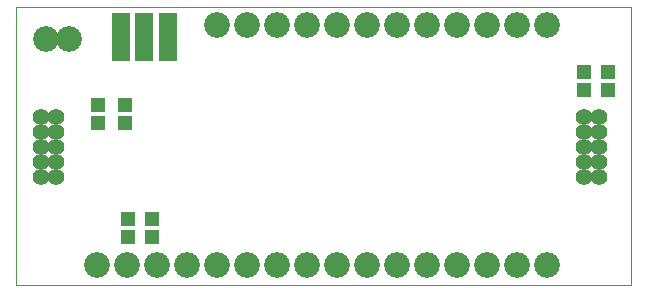
<source format=gbr>
G04 #@! TF.FileFunction,Soldermask,Bot*
%FSLAX46Y46*%
G04 Gerber Fmt 4.6, Leading zero omitted, Abs format (unit mm)*
G04 Created by KiCad (PCBNEW 4.0.3-stable) date 10/04/17 18:30:17*
%MOMM*%
%LPD*%
G01*
G04 APERTURE LIST*
%ADD10C,0.152400*%
%ADD11C,0.025400*%
%ADD12C,2.178000*%
%ADD13R,1.150000X1.200000*%
%ADD14R,1.543000X4.083000*%
%ADD15C,1.416000*%
G04 APERTURE END LIST*
D10*
D11*
X200025000Y-81915000D02*
X147955000Y-81915000D01*
X200025000Y-105410000D02*
X200025000Y-81915000D01*
X147955000Y-105410000D02*
X200025000Y-105410000D01*
X147955000Y-81915000D02*
X147955000Y-105410000D01*
D12*
X154851100Y-103733600D03*
X157391100Y-103733600D03*
X159931100Y-103733600D03*
X162471100Y-103733600D03*
X165011100Y-103733600D03*
X167551100Y-103733600D03*
X170091100Y-103733600D03*
X172631100Y-103733600D03*
X175171100Y-103733600D03*
X177711100Y-103733600D03*
X180251100Y-103733600D03*
X182791100Y-103733600D03*
X185331100Y-103733600D03*
X187871100Y-103733600D03*
X190411100Y-103733600D03*
X192951100Y-103733600D03*
X192951100Y-83413600D03*
X190411100Y-83413600D03*
X187871100Y-83413600D03*
X185331100Y-83413600D03*
X182791100Y-83413600D03*
X180251100Y-83413600D03*
X177711100Y-83413600D03*
X175171100Y-83413600D03*
X172631100Y-83413600D03*
X170091100Y-83413600D03*
X167551100Y-83413600D03*
X165011100Y-83413600D03*
D13*
X157480000Y-99834000D03*
X157480000Y-101334000D03*
X159512000Y-99834000D03*
X159512000Y-101334000D03*
X198120000Y-87388000D03*
X198120000Y-88888000D03*
X196088000Y-87388000D03*
X196088000Y-88888000D03*
X157226000Y-90182000D03*
X157226000Y-91682000D03*
X154940000Y-90182000D03*
X154940000Y-91682000D03*
D14*
X156845000Y-84455000D03*
X158844996Y-84455000D03*
X160844992Y-84455000D03*
D15*
X197358000Y-96266000D03*
X196088000Y-96266000D03*
X197358000Y-94996000D03*
X196088000Y-94996000D03*
X197358000Y-93726000D03*
X196088000Y-93726000D03*
X197358000Y-92456000D03*
X196088000Y-92456000D03*
X197358000Y-91186000D03*
X196088000Y-91186000D03*
X151384000Y-96266000D03*
X150114000Y-96266000D03*
X151384000Y-94996000D03*
X150114000Y-94996000D03*
X151384000Y-93726000D03*
X150114000Y-93726000D03*
X151384000Y-92456000D03*
X150114000Y-92456000D03*
X151384000Y-91186000D03*
X150114000Y-91186000D03*
D12*
X150495000Y-84582000D03*
X152494996Y-84582000D03*
M02*

</source>
